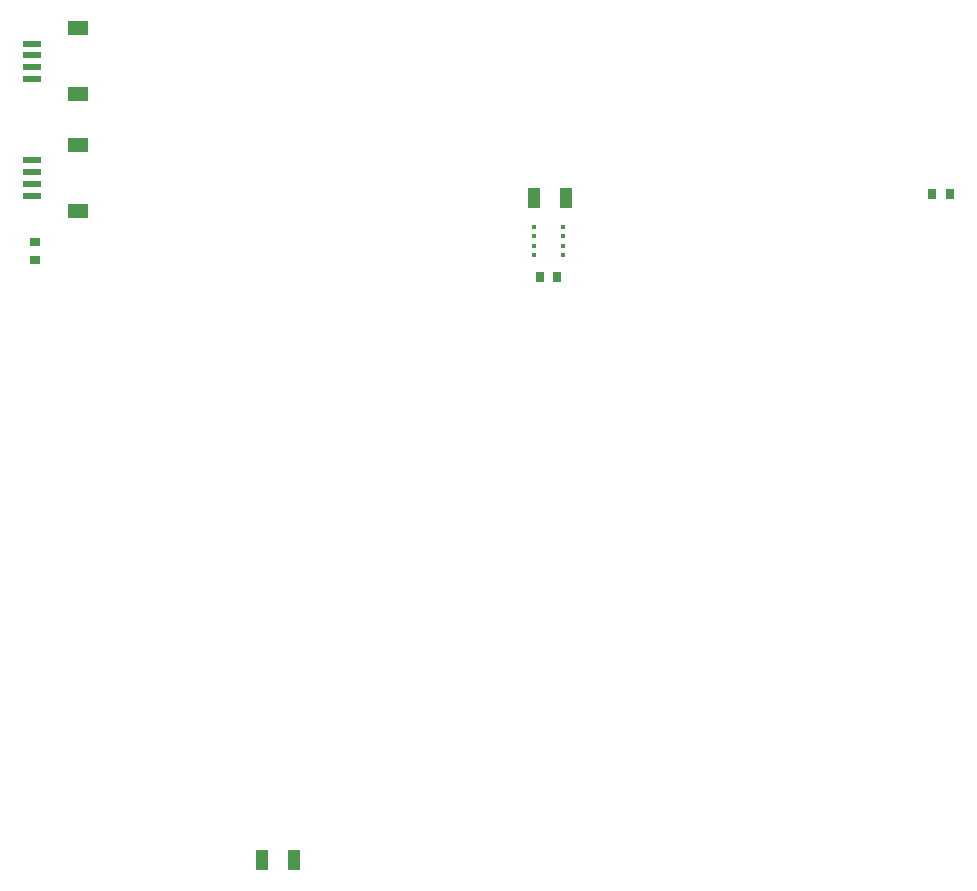
<source format=gbp>
G04*
G04 #@! TF.GenerationSoftware,Altium Limited,Altium Designer,22.2.1 (43)*
G04*
G04 Layer_Color=128*
%FSLAX25Y25*%
%MOIN*%
G70*
G04*
G04 #@! TF.SameCoordinates,BF82E168-2CF8-4A2D-AB3A-859FEF8C30B5*
G04*
G04*
G04 #@! TF.FilePolarity,Positive*
G04*
G01*
G75*
%ADD22R,0.02756X0.03543*%
%ADD28R,0.03543X0.02756*%
%ADD30R,0.04331X0.06693*%
%ADD69R,0.07087X0.04724*%
%ADD70R,0.06102X0.02362*%
%ADD71R,0.01575X0.01575*%
D22*
X311305Y-72700D02*
D03*
X305400D02*
D03*
X174600Y-100300D02*
D03*
X180506D02*
D03*
D28*
X6500Y-88747D02*
D03*
Y-94653D02*
D03*
D30*
X172885Y-74000D02*
D03*
X183515D02*
D03*
X92800Y-294500D02*
D03*
X82170D02*
D03*
D69*
X20800Y-78347D02*
D03*
Y-56300D02*
D03*
Y-17353D02*
D03*
Y-39400D02*
D03*
D70*
X5544Y-61418D02*
D03*
Y-65355D02*
D03*
Y-69292D02*
D03*
Y-73229D02*
D03*
Y-34282D02*
D03*
Y-30345D02*
D03*
Y-26408D02*
D03*
Y-22471D02*
D03*
D71*
X172800Y-83500D02*
D03*
Y-86650D02*
D03*
Y-89799D02*
D03*
Y-92949D02*
D03*
X182249D02*
D03*
Y-89799D02*
D03*
Y-86650D02*
D03*
Y-83500D02*
D03*
M02*

</source>
